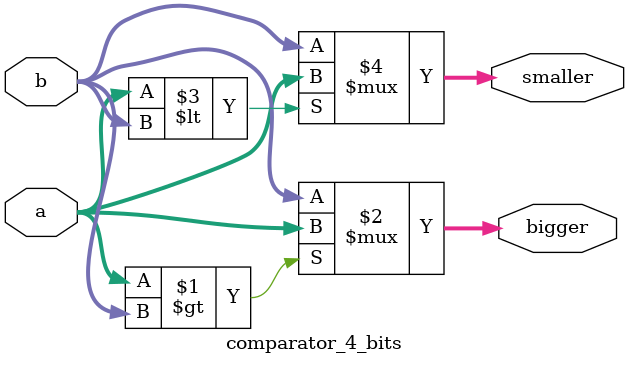
<source format=sv>
module comparator_4_bits (
    input [3:0] a, 
    input [3:0] b, 
    output [3:0] bigger, 
    output [3:0] smaller
    );

    assign bigger = (a > b) ? a : b;
    assign smaller = (a < b) ? a : b;
	 
endmodule
</source>
